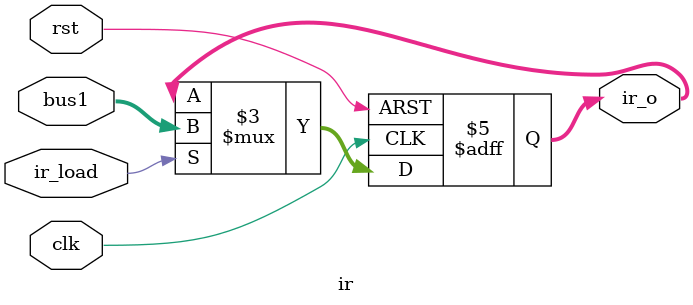
<source format=v>
`timescale 1ns / 1ps

module ir(
    input wire [7:0] bus1,
    input wire ir_load, clk, rst,
    output reg [7:0] ir_o);
    
always@(posedge clk, negedge rst)
begin
    if(!rst)
    begin
        ir_o <= 8'h00;
    end
    else
    begin
        if(ir_load)
        begin
            ir_o <= bus1;
        end
    end
end

endmodule


</source>
